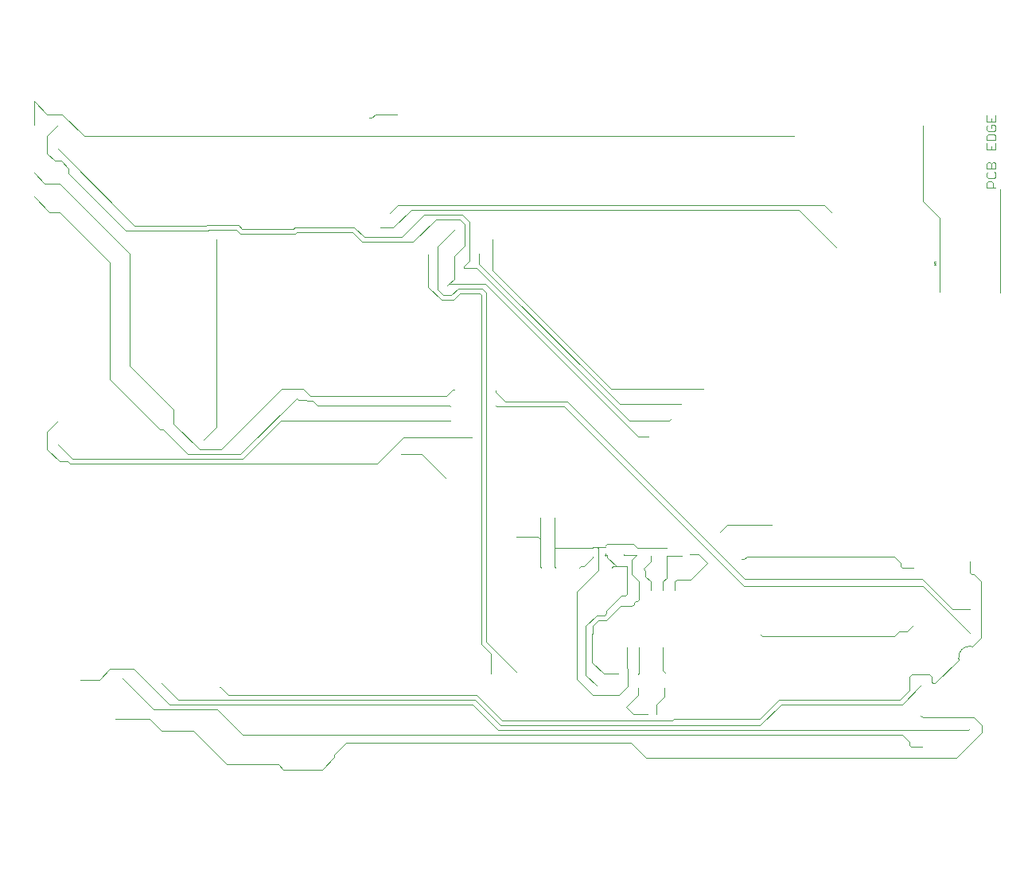
<source format=gbl>
G04*
G04 #@! TF.GenerationSoftware,Altium Limited,Altium Designer,22.0.2 (36)*
G04*
G04 Layer_Physical_Order=4*
G04 Layer_Color=16711680*
%FSLAX25Y25*%
%MOIN*%
G70*
G04*
G04 #@! TF.SameCoordinates,5FA76A90-C183-4406-A071-8446DD7401C7*
G04*
G04*
G04 #@! TF.FilePolarity,Positive*
G04*
G01*
G75*
D10*
X717800Y471673D02*
X717133D01*
X717000Y471540D01*
Y471273D01*
X717133Y471140D01*
X717800D01*
X717000Y470474D02*
X717800D01*
X717400Y470873D01*
Y470340D01*
D12*
X744709Y458874D02*
Y502181D01*
D18*
X732689Y310598D02*
G03*
X727402Y305311I-689J-4598D01*
G01*
X727402Y305240D02*
G03*
X727402Y305241I-1000J0D01*
G01*
X494657Y398000D02*
X523500D01*
X483657Y387000D02*
X494657Y398000D01*
X355172Y387000D02*
X483657D01*
X354172Y388000D02*
X355172Y387000D01*
X350636Y388000D02*
X354172D01*
X345500Y393136D02*
X350636Y388000D01*
X345500Y393136D02*
Y400500D01*
X350000Y405000D01*
Y395000D02*
X356000Y389000D01*
X427385D01*
X443385Y405000D01*
X514500D01*
X589485D02*
X606000D01*
X526500Y470814D02*
Y475000D01*
X593157Y398500D02*
X597500D01*
X532000Y468142D02*
X581642Y418500D01*
X620500D01*
X525485Y469000D02*
X589485Y405000D01*
X537485Y413000D02*
X563500D01*
X526500Y470814D02*
X585314Y412000D01*
X514828Y457672D02*
X517657Y460500D01*
X542076Y299752D02*
X542248D01*
X529500Y312328D02*
X542076Y299752D01*
X529500Y312328D02*
Y458743D01*
X518485Y458500D02*
X526914D01*
X527500Y311500D02*
X531500Y307500D01*
X527743Y460500D02*
X529500Y458743D01*
X533828Y411000D02*
X562157D01*
X585314Y412000D02*
X611000D01*
X532000Y468142D02*
Y481000D01*
X520000Y469000D02*
X525485D01*
X533500Y416985D02*
X537485Y413000D01*
X533500Y416985D02*
Y417922D01*
X529157Y462500D02*
X593157Y398500D01*
X526914Y458500D02*
X527500Y457914D01*
X517657Y460500D02*
X527743D01*
X533500Y411328D02*
X533828Y411000D01*
X527500Y311500D02*
Y457914D01*
X516828Y462500D02*
X529157D01*
X458620Y411500D02*
X514157D01*
X514583Y411074D01*
X515657Y455672D02*
X518485Y458500D01*
X515343Y418000D02*
X516000D01*
X512843Y415500D02*
X515343Y418000D01*
X509000Y460186D02*
X511515Y457672D01*
X505205Y461153D02*
X510686Y455672D01*
X515657D01*
X511515Y457672D02*
X514828D01*
X505205Y461153D02*
Y474560D01*
X502500Y391000D02*
X512500Y381000D01*
X493890Y391000D02*
X502500D01*
X505000Y474765D02*
X505205Y474560D01*
X509000Y460186D02*
Y478000D01*
X562157Y411000D02*
X637507Y335650D01*
X563500Y413000D02*
X637650Y338850D01*
X344500Y504500D02*
X350864D01*
X392843Y401500D02*
X394000D01*
X371877Y422466D02*
X392843Y401500D01*
X371877Y422466D02*
Y471487D01*
X350910Y492454D02*
X371877Y471487D01*
X346546Y492454D02*
X350910D01*
X340000Y499000D02*
X346546Y492454D01*
X382142Y486858D02*
X412263D01*
X378313Y484858D02*
X413092D01*
X351364Y514000D02*
X354500Y510864D01*
Y508672D02*
Y510864D01*
X348636Y514000D02*
X351364D01*
X354500Y508672D02*
X378313Y484858D01*
X350000Y519000D02*
X382142Y486858D01*
X350864Y504500D02*
X380103Y475260D01*
X345500Y517136D02*
X348636Y514000D01*
X380103Y428240D02*
Y475260D01*
X345500Y517136D02*
Y524500D01*
X394000Y401500D02*
X404500Y391000D01*
X426500D01*
X450000Y414500D01*
X418362Y393000D02*
X443862Y418500D01*
X398500Y403843D02*
X409343Y393000D01*
X418362D01*
X398500Y403843D02*
Y409843D01*
X340000Y509000D02*
X344500Y504500D01*
X454351Y413500D02*
X456620D01*
X454000Y413851D02*
X454351Y413500D01*
X380103Y428240D02*
X398500Y409843D01*
X455880Y415500D02*
X461500D01*
X443862Y418500D02*
X452880D01*
X456620Y413500D02*
X458620Y411500D01*
X452880Y418500D02*
X455880Y415500D01*
X450000Y414500D02*
X450649Y413851D01*
X454000D01*
X411000Y397000D02*
X416500Y402500D01*
Y481000D01*
X644500Y315500D02*
X645150Y314850D01*
X700426D01*
X587000Y349000D02*
X587087Y348913D01*
X592413D02*
X592500Y348827D01*
X587087Y348913D02*
X592413D01*
X592500Y352173D02*
Y352272D01*
X579500Y352673D02*
Y352772D01*
X580083Y353354D02*
X580523D01*
X591173Y353500D02*
X591819Y352854D01*
X591917D01*
X576484Y352071D02*
X579500D01*
Y352772D02*
X580083Y353354D01*
X580523D02*
X580668Y353500D01*
X591173D01*
X591917Y352854D02*
X592500Y352272D01*
Y352173D02*
X592750Y351923D01*
X580083Y347917D02*
X584000Y344000D01*
X579500Y348864D02*
X579864D01*
X579136D02*
X579500D01*
Y349327D02*
Y349500D01*
Y348864D02*
Y349327D01*
Y348500D02*
Y348864D01*
X582500Y344000D02*
X584000D01*
X580083Y347917D02*
Y348646D01*
X579136Y348864D02*
X579500Y348500D01*
X579864Y348864D02*
X580083Y348646D01*
X576484Y342452D02*
Y351587D01*
X567500Y333468D02*
X576484Y342452D01*
X576000Y352071D02*
X576484D01*
X584000Y344000D02*
X588500D01*
X627500Y358500D02*
X630500Y361500D01*
X649000D01*
X498821Y480000D02*
X508321Y489500D01*
X520000Y469000D02*
Y469657D01*
X522500Y472157D01*
Y488328D01*
X519328Y491500D02*
X522500Y488328D01*
X503574Y491500D02*
X519328D01*
X494074Y482000D02*
X503574Y491500D01*
X478320Y482000D02*
X494074D01*
X474230Y486091D02*
X478320Y482000D01*
X449277Y486091D02*
X474230D01*
X448777Y485591D02*
X449277Y486091D01*
X425729Y487000D02*
X427138Y485591D01*
X412405Y487000D02*
X425729D01*
X490500Y486000D02*
X498000Y493500D01*
X412263Y486858D02*
X412405Y487000D01*
X660500Y493500D02*
X676250Y477750D01*
X477492Y480000D02*
X498821D01*
X473401Y484091D02*
X477492Y480000D01*
X450105Y484091D02*
X473401D01*
X449606Y483591D02*
X450105Y484091D01*
X426309Y483591D02*
X449606D01*
X424900Y485000D02*
X426309Y483591D01*
X345500Y524500D02*
X350000Y529000D01*
X671000Y495500D02*
X674000Y492500D01*
X492500Y495500D02*
X671000D01*
X489000Y492000D02*
X492500Y495500D01*
X413092Y484858D02*
X413233Y485000D01*
X424900D01*
X427138Y485591D02*
X448777D01*
X498000Y493500D02*
X660500D01*
X485000Y486000D02*
X490500D01*
X513937Y462437D02*
X516000Y464500D01*
X513172Y461672D02*
X513937Y462437D01*
X518500Y489500D02*
X520500Y487500D01*
Y478620D02*
Y487500D01*
X516000Y464500D02*
Y474120D01*
X520500Y478620D01*
X508321Y489500D02*
X518500D01*
X509000Y478000D02*
X516500Y485500D01*
X513937Y462437D02*
X516765D01*
X516828Y462500D01*
X351864Y533500D02*
X361021Y524342D01*
X658500D01*
X345500Y533500D02*
X351864D01*
X340000Y529000D02*
Y539000D01*
X345500Y533500D01*
X702426Y316850D02*
X705850D01*
X700426Y314850D02*
X702426Y316850D01*
X705850D02*
X708500Y319500D01*
X703150Y344201D02*
X703850Y343500D01*
X637582Y347000D02*
X638732Y348150D01*
X703850Y343500D02*
X708500D01*
X703150Y344201D02*
Y345426D01*
X700426Y348150D02*
X703150Y345426D01*
X638732Y348150D02*
X700426D01*
X636500Y347000D02*
X637582D01*
X711978Y338850D02*
X724828Y326000D01*
X637650Y338850D02*
X711978D01*
X588500Y334000D02*
Y344000D01*
Y332586D02*
Y334000D01*
X582000Y343500D02*
X582500Y344000D01*
X590500Y340740D02*
Y346728D01*
X592500Y348728D01*
X590500Y340740D02*
X593500Y337740D01*
X598500Y346000D02*
Y348327D01*
X598500Y334000D02*
Y337740D01*
X595500Y343000D02*
X596265Y342235D01*
X595500Y343000D02*
X598500Y346000D01*
X596265Y339975D02*
X598500Y337740D01*
X596265Y339975D02*
Y342235D01*
X598500Y348327D02*
X598500Y348327D01*
X592500Y348728D02*
Y348827D01*
X593500Y330260D02*
Y337740D01*
X607417Y279417D02*
X608000Y280000D01*
X643975D02*
X652125Y288150D01*
X608000Y280000D02*
X643975D01*
X523935Y286000D02*
X534517Y275417D01*
X416732Y284000D02*
X427314Y273417D01*
X535346Y277417D02*
X644221D01*
X534517Y275417D02*
X731417D01*
X536174Y279417D02*
X607417D01*
X427314Y273417D02*
X703658D01*
X525592Y290000D02*
X536174Y279417D01*
X703658Y273417D02*
X706650Y270426D01*
X731417Y275417D02*
X732000Y276000D01*
X644221Y277417D02*
X652953Y286150D01*
X524763Y288000D02*
X535346Y277417D01*
X717564Y294988D02*
X727402Y304826D01*
X733174Y310598D02*
X736650Y314074D01*
X707729Y298650D02*
X715271D01*
X702821Y288150D02*
X706850Y292179D01*
X652125Y288150D02*
X702821D01*
X727402Y304826D02*
Y305240D01*
X706850Y297771D02*
X707729Y298650D01*
X706850Y292179D02*
Y297771D01*
X732689Y310598D02*
X732760Y310598D01*
X716735Y294988D02*
X717564D01*
X716150Y295574D02*
X716735Y294988D01*
X727402Y305241D02*
Y305311D01*
X716150Y295574D02*
Y297771D01*
X715271Y298650D02*
X716150Y297771D01*
X732760Y310598D02*
X733174Y310598D01*
X736650Y314074D02*
Y337926D01*
X733926Y340650D02*
X736650Y337926D01*
X732701Y340650D02*
X733926D01*
X732000Y341350D02*
X732701Y340650D01*
X732000Y341350D02*
Y346000D01*
X637507Y335650D02*
X712350D01*
X732000Y316000D01*
X724828Y326000D02*
X732000D01*
X421598Y290000D02*
X525592D01*
X418098Y293500D02*
X421598Y290000D01*
X417827Y293500D02*
X418098D01*
X571210Y298640D02*
X575850Y294000D01*
X574193Y290000D02*
X585193D01*
X588842Y293650D01*
X575850Y294000D02*
X575925D01*
X567500Y296693D02*
X574193Y290000D01*
X588000Y285000D02*
X591000Y282000D01*
X597154D01*
X588000Y285000D02*
X593000Y290000D01*
X567500Y296693D02*
Y333468D01*
X600673Y282000D02*
Y286173D01*
X604000Y289500D02*
Y293000D01*
X600673Y286173D02*
X604000Y289500D01*
Y293000D02*
X604500Y293500D01*
X593000Y290000D02*
Y293047D01*
X396843Y286000D02*
X523935D01*
X381843Y301000D02*
X396843Y286000D01*
X377000Y297000D02*
X390000Y284000D01*
X416732D01*
X371870Y301000D02*
X381843D01*
X400500Y288000D02*
X524763D01*
X588842Y293650D02*
Y301105D01*
X606000Y405000D02*
X607000Y406000D01*
X578659Y299000D02*
X584842D01*
X588500Y301447D02*
Y309984D01*
Y301447D02*
X588842Y301105D01*
X573772Y303887D02*
X578659Y299000D01*
X573772Y303887D02*
Y315724D01*
X571210Y298640D02*
Y319038D01*
X574102Y352071D02*
X576000D01*
X576484Y351587D01*
X571210Y319038D02*
X575617Y323445D01*
X579043D01*
X579921Y324324D02*
Y325421D01*
X586208Y331708D01*
X579043Y323445D02*
X579921Y324324D01*
X586208Y331708D02*
X587622D01*
X588500Y332586D01*
X569265Y344265D02*
X570431D01*
X568500Y343500D02*
X569265Y344265D01*
X570431D02*
X574000Y347835D01*
X592622Y329382D02*
X593500Y330260D01*
X591378Y328796D02*
X591964Y329382D01*
X579871Y321445D02*
X585808Y327382D01*
X591378Y328261D02*
Y328796D01*
X574000Y319000D02*
X576445Y321445D01*
X574000Y315952D02*
Y319000D01*
X591964Y329382D02*
X592622D01*
X573772Y315724D02*
X574000Y315952D01*
X590499Y327382D02*
X591378Y328261D01*
X576445Y321445D02*
X579871D01*
X585808Y327382D02*
X590499D01*
X531500Y299000D02*
Y307500D01*
X393500Y295000D02*
X400500Y288000D01*
X652953Y286150D02*
X703650D01*
X711500Y294000D01*
X367370Y296500D02*
X371870Y301000D01*
X359500Y296500D02*
X367370D01*
X590228Y270091D02*
X596468Y263850D01*
X706650Y269201D02*
Y270426D01*
X470925Y270091D02*
X590228D01*
X465827Y264992D02*
X470925Y270091D01*
X707350Y268500D02*
X712000D01*
X706650Y269201D02*
X707350Y268500D01*
X596468Y263850D02*
X726426D01*
X737000Y274425D01*
X733926Y280650D02*
X737000Y277575D01*
Y274425D02*
Y277575D01*
X712350Y280650D02*
X733926D01*
X465827Y264008D02*
Y264992D01*
X406922Y275000D02*
X420831Y261090D01*
X442402D01*
X444583Y258910D01*
X460728D01*
X465827Y264008D01*
X393500Y275000D02*
X406922D01*
X711500Y281500D02*
X712350Y280650D01*
X388500Y280000D02*
X393500Y275000D01*
X374000Y280000D02*
X388500D01*
X461500Y415500D02*
X512843D01*
X552047Y355500D02*
Y364500D01*
Y344000D02*
Y355500D01*
X542000Y356500D02*
X551047D01*
X552047Y355500D01*
Y344000D02*
X552547Y343500D01*
X574000Y347835D02*
Y348031D01*
X608500Y337740D02*
X609378Y338618D01*
X615118D02*
X622000Y345500D01*
X608500Y334000D02*
Y337740D01*
X609378Y338618D02*
X615118D01*
X618500Y349000D02*
X622000Y345500D01*
X614673Y349000D02*
X618500D01*
X603500Y300406D02*
Y309984D01*
Y300406D02*
X604500Y299406D01*
X593000Y298953D02*
X593500Y299453D01*
Y309984D01*
X605000Y348327D02*
X611500D01*
X605000Y339240D02*
Y348327D01*
X603500Y337740D02*
X605000Y339240D01*
X603500Y334000D02*
Y337740D01*
X598250Y351923D02*
X598500Y351673D01*
X592750Y351923D02*
X598250D01*
X598500Y351673D02*
X605000D01*
X574000Y351969D02*
X574102Y352071D01*
X557953Y352000D02*
Y364500D01*
Y344000D02*
Y352000D01*
X557984Y351969D02*
X574000D01*
X557953Y352000D02*
X557984Y351969D01*
X557953Y344000D02*
X558453Y343500D01*
X712500Y497267D02*
X719500Y490267D01*
Y459000D02*
Y490267D01*
X712500Y497267D02*
Y528673D01*
X481582Y532000D02*
X483082Y533500D01*
X480500Y532000D02*
X481582D01*
X483082Y533500D02*
X492000D01*
X742937Y502969D02*
X739001D01*
Y504936D01*
X739657Y505592D01*
X740969D01*
X741625Y504936D01*
Y502969D01*
X739657Y509528D02*
X739001Y508872D01*
Y507560D01*
X739657Y506904D01*
X742281D01*
X742937Y507560D01*
Y508872D01*
X742281Y509528D01*
X739001Y510840D02*
X742937D01*
Y512808D01*
X742281Y513464D01*
X741625D01*
X740969Y512808D01*
Y510840D01*
Y512808D01*
X740313Y513464D01*
X739657D01*
X739001Y512808D01*
Y510840D01*
Y521335D02*
Y518712D01*
X742937D01*
Y521335D01*
X740969Y518712D02*
Y520023D01*
X739001Y522647D02*
X742937D01*
Y524615D01*
X742281Y525271D01*
X739657D01*
X739001Y524615D01*
Y522647D01*
X739657Y529207D02*
X739001Y528551D01*
Y527239D01*
X739657Y526583D01*
X742281D01*
X742937Y527239D01*
Y528551D01*
X742281Y529207D01*
X740969D01*
Y527895D01*
X739001Y533143D02*
Y530519D01*
X742937D01*
Y533143D01*
X740969Y530519D02*
Y531831D01*
D30*
X727189Y471768D02*
D03*
Y489287D02*
D03*
D31*
X514500Y405000D02*
D03*
X533500Y417922D02*
D03*
X523500Y398000D02*
D03*
X533500Y411328D02*
D03*
X514583Y411074D02*
D03*
X516000Y418000D02*
D03*
X493890Y391000D02*
D03*
X491000Y400000D02*
D03*
X411000Y397000D02*
D03*
D03*
X644500Y315500D02*
D03*
X587000Y349000D02*
D03*
X627000Y357000D02*
D03*
X649000Y361500D02*
D03*
X446500Y489591D02*
D03*
X520000Y469000D02*
D03*
X516500Y485500D02*
D03*
X513172Y461672D02*
D03*
X505000Y474765D02*
D03*
X346000Y237500D02*
D03*
X636500Y347000D02*
D03*
X582000Y343500D02*
D03*
X595500Y343000D02*
D03*
X575925Y294000D02*
D03*
X588000Y285000D02*
D03*
X394500Y280000D02*
D03*
X611000Y412000D02*
D03*
X597500Y398500D02*
D03*
X607000Y405000D02*
D03*
X621500Y417000D02*
D03*
X584842Y299000D02*
D03*
X568500Y343500D02*
D03*
X542000Y299000D02*
D03*
X532000Y298500D02*
D03*
X374000Y280000D02*
D03*
X393500Y295000D02*
D03*
X377000Y297000D02*
D03*
X359500Y296500D02*
D03*
X622000Y345500D02*
D03*
X637500Y425000D02*
D03*
Y437000D02*
D03*
X451500Y322500D02*
D03*
X548500Y303000D02*
D03*
X542000Y356500D02*
D03*
X677000Y478500D02*
D03*
X674000Y492500D02*
D03*
X370000Y258500D02*
D03*
X357000Y278500D02*
D03*
X336000Y286000D02*
D03*
X395000Y271000D02*
D03*
X485000Y486000D02*
D03*
X489000Y492000D02*
D03*
X553000Y315000D02*
D03*
X512500Y381000D02*
D03*
X719500Y459000D02*
D03*
X416500Y481000D02*
D03*
X398000Y442500D02*
D03*
X389500Y358453D02*
D03*
X394500Y419500D02*
D03*
Y405500D02*
D03*
X453500Y442000D02*
D03*
X450000Y414500D02*
D03*
X461500Y415500D02*
D03*
X510000Y573000D02*
D03*
X532000Y481000D02*
D03*
X526500Y475000D02*
D03*
X559500Y546000D02*
D03*
X469000Y531500D02*
D03*
X480500Y532000D02*
D03*
D32*
X458429Y357500D02*
D03*
X446224D02*
D03*
D41*
X350000Y343500D02*
D03*
X340000D02*
D03*
X350000Y353500D02*
D03*
X340000D02*
D03*
X350000Y363500D02*
D03*
X340000D02*
D03*
X350000Y373500D02*
D03*
X340000D02*
D03*
X350000Y383500D02*
D03*
X340000D02*
D03*
X350000Y395000D02*
D03*
X340000D02*
D03*
X350000Y405000D02*
D03*
X340000D02*
D03*
X350000Y415000D02*
D03*
X340000D02*
D03*
X350000Y425000D02*
D03*
X340000D02*
D03*
X350000Y435000D02*
D03*
X340000D02*
D03*
X350000Y447000D02*
D03*
X340000D02*
D03*
X350000Y457000D02*
D03*
X340000D02*
D03*
X350000Y467000D02*
D03*
X340000D02*
D03*
X350000Y477000D02*
D03*
X340000D02*
D03*
X350000Y487000D02*
D03*
X340000D02*
D03*
X350000Y499000D02*
D03*
X340000D02*
D03*
X350000Y509000D02*
D03*
X340000D02*
D03*
X350000Y519000D02*
D03*
X340000D02*
D03*
X350000Y529000D02*
D03*
X340000D02*
D03*
X350000Y539000D02*
D03*
X340000D02*
D03*
D43*
X586000Y441000D02*
D03*
X572500Y447000D02*
D03*
X596500Y455000D02*
D03*
X560000Y449000D02*
D03*
X448000Y479000D02*
D03*
X502000Y308000D02*
D03*
X508500Y327500D02*
D03*
X481000Y305000D02*
D03*
X523000Y305500D02*
D03*
X510500Y299000D02*
D03*
X491000Y336000D02*
D03*
X473000Y559000D02*
D03*
X492000Y353500D02*
D03*
X483500Y324500D02*
D03*
X471500Y479500D02*
D03*
X459500Y474000D02*
D03*
X440500Y256500D02*
D03*
X458827Y263500D02*
D03*
X472827Y265500D02*
D03*
D59*
X739000Y496965D02*
D03*
Y464090D02*
D03*
D61*
X497000Y533500D02*
D03*
X492000D02*
D03*
D62*
X406827Y251000D02*
D03*
Y246000D02*
D03*
D64*
X502000Y533500D02*
D03*
D79*
X574000Y348031D02*
D03*
Y351969D02*
D03*
D148*
X558453Y343500D02*
D03*
X552547D02*
D03*
X557953Y364500D02*
D03*
X552047D02*
D03*
D151*
X593000Y298953D02*
D03*
Y293047D02*
D03*
X604500Y299406D02*
D03*
Y293500D02*
D03*
D154*
X605000Y351673D02*
D03*
Y348327D02*
D03*
X598500Y351673D02*
D03*
Y348327D02*
D03*
X592500Y352173D02*
D03*
Y348827D02*
D03*
X579500Y352673D02*
D03*
Y349327D02*
D03*
D156*
X597327Y282000D02*
D03*
X600673D02*
D03*
X614673Y349000D02*
D03*
X611327D02*
D03*
D195*
X404500Y343000D02*
D03*
X394500D02*
D03*
X384500D02*
D03*
X374500D02*
D03*
X404500Y313000D02*
D03*
X394500D02*
D03*
X384500D02*
D03*
D196*
X374500D02*
D03*
D197*
X360000Y225500D02*
D03*
X711500Y254500D02*
D03*
X708000Y356000D02*
D03*
X708500Y319500D02*
D03*
X708000Y331000D02*
D03*
X712000Y268500D02*
D03*
X708500Y343500D02*
D03*
X711500Y294000D02*
D03*
Y281500D02*
D03*
D198*
X370000Y225500D02*
D03*
X380000D02*
D03*
X711000Y449000D02*
D03*
Y439000D02*
D03*
Y419000D02*
D03*
Y399000D02*
D03*
Y389000D02*
D03*
Y409000D02*
D03*
Y429000D02*
D03*
X701500Y254500D02*
D03*
X698000Y356000D02*
D03*
X698500Y319500D02*
D03*
X694000Y411500D02*
D03*
X698000Y331000D02*
D03*
X702000Y268500D02*
D03*
X698500Y343500D02*
D03*
X701500Y294000D02*
D03*
Y281500D02*
D03*
X599500Y540000D02*
D03*
X732000Y276000D02*
D03*
Y286000D02*
D03*
Y306000D02*
D03*
Y326000D02*
D03*
Y336000D02*
D03*
Y316000D02*
D03*
Y296000D02*
D03*
X726000Y402500D02*
D03*
D199*
X711000Y379000D02*
D03*
X694000Y421500D02*
D03*
X599500Y530000D02*
D03*
X732000Y346000D02*
D03*
X726000Y392500D02*
D03*
D200*
X406827Y256000D02*
D03*
D201*
X417827Y273500D02*
D03*
D202*
Y293500D02*
D03*
X428000Y492000D02*
D03*
D203*
X408000D02*
D03*
D204*
X712500Y528673D02*
D03*
Y488673D02*
D03*
D205*
X602343Y509500D02*
D03*
X549157Y505500D02*
D03*
X697500Y505158D02*
D03*
X658500Y504658D02*
D03*
D206*
X582657Y509500D02*
D03*
X568843Y505500D02*
D03*
D207*
X697500Y524843D02*
D03*
X658500Y524342D02*
D03*
D208*
X613000Y250500D02*
D03*
X623000D02*
D03*
X633000D02*
D03*
X653000D02*
D03*
X643000D02*
D03*
D209*
X663000D02*
D03*
D210*
X553500Y260000D02*
D03*
Y250000D02*
D03*
X543500Y260000D02*
D03*
X563500Y250000D02*
D03*
Y260000D02*
D03*
X573500Y250000D02*
D03*
X583500D02*
D03*
X573500Y260000D02*
D03*
X583500D02*
D03*
D211*
X543500Y250000D02*
D03*
D221*
X732760Y310598D02*
D03*
D222*
X588500Y309984D02*
D03*
X593500D02*
D03*
X598500D02*
D03*
X603500D02*
D03*
X608500D02*
D03*
Y334000D02*
D03*
X603500D02*
D03*
X598500D02*
D03*
X593500D02*
D03*
X588500D02*
D03*
D223*
X576846Y309984D02*
D03*
X620154D02*
D03*
Y334000D02*
D03*
D224*
X576846Y332031D02*
D03*
M02*

</source>
